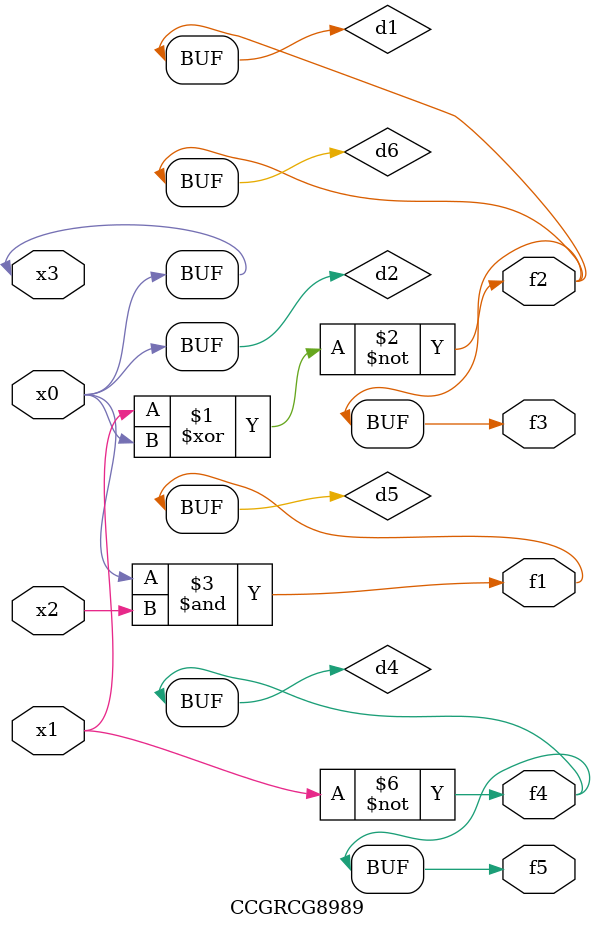
<source format=v>
module CCGRCG8989(
	input x0, x1, x2, x3,
	output f1, f2, f3, f4, f5
);

	wire d1, d2, d3, d4, d5, d6;

	xnor (d1, x1, x3);
	buf (d2, x0, x3);
	nand (d3, x0, x2);
	not (d4, x1);
	nand (d5, d3);
	or (d6, d1);
	assign f1 = d5;
	assign f2 = d6;
	assign f3 = d6;
	assign f4 = d4;
	assign f5 = d4;
endmodule

</source>
